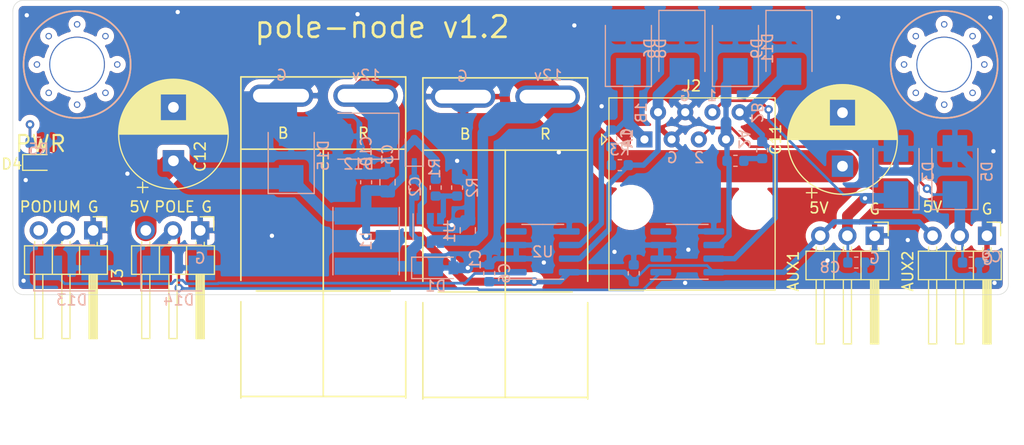
<source format=kicad_pcb>
(kicad_pcb (version 20171130) (host pcbnew 5.1.10-88a1d61d58~88~ubuntu20.04.1)
  (layers (0 F.Cu signal) (31 B.Cu signal) (34 B.Paste user) (35 F.Paste user) (36 B.SilkS user) (37 F.SilkS user) (38 B.Mask user) (39 F.Mask user) (44 Edge.Cuts user))
  (net 0 "")
  (net 1 GND)
  (net 2 "Net-(C2-Pad2)")
  (net 3 "Net-(C2-Pad1)")
  (net 4 +5V)
  (net 5 LED_1_A)
  (net 6 "Net-(C4-Pad1)")
  (net 7 LED_2_A)
  (net 8 "Net-(C5-Pad1)")
  (net 9 "Net-(D4-Pad1)")
  (net 10 LED_2_B)
  (net 11 LED_1_B)
  (net 12 LED_1_OUT)
  (net 13 LED_2_OUT)
  (net 14 "Net-(R1-Pad2)")
  (net 15 PIR1)
  (net 16 PIR2)
  (net 17 +12V)
  (module Capacitor_THT:CP_Radial_D10.0mm_P5.00mm (layer F.Cu) (at 52.5 65 90)
    (fp_text reference C12 (at 0.4 2.5 90) (layer F.SilkS))
    (fp_text value 470uF)
    (pad 2 thru_hole circle (at 5 0 90) (size 2 2) (drill 1) (layers *.Cu *.Mask) (net 1 GND))
    (pad 1 thru_hole rect (at 0 0 90) (size 2 2) (drill 1) (layers *.Cu *.Mask) (net 4 +5V))
  )
  (module Diode_SMD:D_SMB (layer B.Cu) (at 95 54.5 90)
    (fp_text reference D8 (at 0 3 90) (layer B.SilkS) (effects (justify mirror)))
    (fp_text value D_TVS_DATA)
    (pad 1 smd rect (at -2.15 0 90) (size 2.5 2.3) (layers B.Cu B.Paste B.Mask) (net 5 LED_1_A))
    (pad 2 smd rect (at 2.15 0 90) (size 2.5 2.3) (layers B.Cu B.Paste B.Mask) (net 1 GND))
  )
  (module Diode_SMD:D_SMB (layer B.Cu) (at 63.5 64.5 90)
    (fp_text reference D15 (at 0 3 270) (layer B.SilkS) (effects (justify mirror)))
    (fp_text value D_TVS_5V)
    (pad 2 smd rect (at 2.15 0 90) (size 2.5 2.3) (layers B.Cu B.Paste B.Mask) (net 1 GND))
    (pad 1 smd rect (at -2.15 0 90) (size 2.5 2.3) (layers B.Cu B.Paste B.Mask) (net 4 +5V))
  )
  (module Diode_SMD:D_SMB (layer B.Cu) (at 53 75)
    (fp_text reference D14 (at 0 3) (layer B.SilkS) (effects (justify mirror)))
    (fp_text value D_TVS_5V)
    (pad 2 smd rect (at 2.15 0) (size 2.5 2.3) (layers B.Cu B.Paste B.Mask) (net 1 GND))
    (pad 1 smd rect (at -2.15 0) (size 2.5 2.3) (layers B.Cu B.Paste B.Mask) (net 13 LED_2_OUT))
  )
  (module Diode_SMD:D_SMB (layer B.Cu) (at 43 75)
    (fp_text reference D13 (at 0 3) (layer B.SilkS) (effects (justify mirror)))
    (fp_text value D_TVS_5V)
    (pad 2 smd rect (at 2.15 0) (size 2.5 2.3) (layers B.Cu B.Paste B.Mask) (net 1 GND))
    (pad 1 smd rect (at -2.15 0) (size 2.5 2.3) (layers B.Cu B.Paste B.Mask) (net 12 LED_1_OUT))
  )
  (module Diode_SMD:D_SMB (layer B.Cu) (at 105 54.5 90)
    (fp_text reference D11 (at 0 3 90) (layer B.SilkS) (effects (justify mirror)))
    (fp_text value D_TVS_DATA)
    (pad 1 smd rect (at -2.15 0 90) (size 2.5 2.3) (layers B.Cu B.Paste B.Mask) (net 7 LED_2_A))
    (pad 2 smd rect (at 2.15 0 90) (size 2.5 2.3) (layers B.Cu B.Paste B.Mask) (net 1 GND))
  )
  (module Diode_SMD:D_SMB (layer B.Cu) (at 110 54.5 270)
    (fp_text reference D9 (at 0 3 90) (layer B.SilkS) (effects (justify mirror)))
    (fp_text value D_TVS_DATA)
    (pad 1 smd rect (at -2.15 0 270) (size 2.5 2.3) (layers B.Cu B.Paste B.Mask) (net 1 GND))
    (pad 2 smd rect (at 2.15 0 270) (size 2.5 2.3) (layers B.Cu B.Paste B.Mask) (net 10 LED_2_B))
  )
  (module Diode_SMD:D_SMB (layer B.Cu) (at 100 54.5 270)
    (fp_text reference D6 (at 0 3 90) (layer B.SilkS) (effects (justify mirror)))
    (fp_text value D_TVS_DATA)
    (pad 1 smd rect (at -2.15 0 270) (size 2.5 2.3) (layers B.Cu B.Paste B.Mask) (net 1 GND))
    (pad 2 smd rect (at 2.15 0 270) (size 2.5 2.3) (layers B.Cu B.Paste B.Mask) (net 11 LED_1_B))
  )
  (module Diode_SMD:D_SMB (layer B.Cu) (at 125.5 66 90)
    (fp_text reference D5 (at 0 3 90) (layer B.SilkS) (effects (justify mirror)))
    (fp_text value D_TVS_5V)
    (pad 2 smd rect (at 2.15 0 90) (size 2.5 2.3) (layers B.Cu B.Paste B.Mask) (net 1 GND))
    (pad 1 smd rect (at -2.15 0 90) (size 2.5 2.3) (layers B.Cu B.Paste B.Mask) (net 16 PIR2))
  )
  (module Diode_SMD:D_SMB (layer B.Cu) (at 120 66 90)
    (fp_text reference D3 (at 0 3 90) (layer B.SilkS) (effects (justify mirror)))
    (fp_text value D_TVS_5V)
    (pad 2 smd rect (at 2.15 0 90) (size 2.5 2.3) (layers B.Cu B.Paste B.Mask) (net 1 GND))
    (pad 1 smd rect (at -2.15 0 90) (size 2.5 2.3) (layers B.Cu B.Paste B.Mask) (net 15 PIR1))
  )
  (module Capacitor_THT:CP_Radial_D10.0mm_P5.00mm (layer F.Cu) (at 115 65.5 90)
    (fp_text reference C11 (at 2.5 -6.25 90) (layer F.SilkS))
    (fp_text value 470uF)
    (pad 2 thru_hole circle (at 5 0 90) (size 2 2) (drill 1) (layers *.Cu *.Mask) (net 1 GND))
    (pad 1 thru_hole rect (at 0 0 90) (size 2 2) (drill 1) (layers *.Cu *.Mask) (net 17 +12V))
  )
  (module Connector_PinHeader_2.54mm:PinHeader_1x03_P2.54mm_Horizontal (layer F.Cu) (at 128.5 72 270)
    (fp_text reference J6 hide)
    (fp_text value Conn_01x03)
    (pad 3 thru_hole oval (at 0 5.08 270) (size 1.7 1.7) (drill 1) (layers *.Cu *.Mask) (net 4 +5V))
    (pad 2 thru_hole oval (at 0 2.54 270) (size 1.7 1.7) (drill 1) (layers *.Cu *.Mask) (net 16 PIR2))
    (pad 1 thru_hole rect (at 0 0 270) (size 1.7 1.7) (drill 1) (layers *.Cu *.Mask) (net 1 GND))
  )
  (module Connector_PinHeader_2.54mm:PinHeader_1x03_P2.54mm_Horizontal (layer F.Cu) (at 118 72 270)
    (fp_text reference J5 hide)
    (fp_text value Conn_01x03)
    (pad 3 thru_hole oval (at 0 5.08 270) (size 1.7 1.7) (drill 1) (layers *.Cu *.Mask) (net 4 +5V))
    (pad 2 thru_hole oval (at 0 2.54 270) (size 1.7 1.7) (drill 1) (layers *.Cu *.Mask) (net 15 PIR1))
    (pad 1 thru_hole rect (at 0 0 270) (size 1.7 1.7) (drill 1) (layers *.Cu *.Mask) (net 1 GND))
  )
  (module Connector_PinHeader_2.54mm:PinHeader_1x03_P2.54mm_Horizontal (layer F.Cu) (at 55 71.5 270)
    (fp_text reference J4 hide)
    (fp_text value Conn_01x03)
    (pad 3 thru_hole oval (at 0 5.08 270) (size 1.7 1.7) (drill 1) (layers *.Cu *.Mask) (net 4 +5V))
    (pad 2 thru_hole oval (at 0 2.54 270) (size 1.7 1.7) (drill 1) (layers *.Cu *.Mask) (net 13 LED_2_OUT))
    (pad 1 thru_hole rect (at 0 0 270) (size 1.7 1.7) (drill 1) (layers *.Cu *.Mask) (net 1 GND))
  )
  (module Connector_PinHeader_2.54mm:PinHeader_1x03_P2.54mm_Horizontal (layer F.Cu) (at 45 71.5 270)
    (fp_text reference J3 (at 4.385 -2.27 90) (layer F.SilkS))
    (fp_text value Conn_01x03)
    (pad 3 thru_hole oval (at 0 5.08 270) (size 1.7 1.7) (drill 1) (layers *.Cu *.Mask))
    (pad 2 thru_hole oval (at 0 2.54 270) (size 1.7 1.7) (drill 1) (layers *.Cu *.Mask) (net 12 LED_1_OUT))
    (pad 1 thru_hole rect (at 0 0 270) (size 1.7 1.7) (drill 1) (layers *.Cu *.Mask) (net 1 GND))
  )
  (module homebrew:Anderson_1336G1_right_angle_bottom_two (layer F.Cu) (at 83.5 59 180)
    (fp_text reference J7 hide)
    (fp_text value Anderson)
    (fp_text user R (at -3.75 -3.5) (layer F.SilkS))
    (fp_text user B (at 3.75 -3.5) (layer F.SilkS))
    (pad 2 thru_hole oval (at 3.95 0 180) (size 6.03 2.07) (drill oval 5.23 1.27) (layers *.Cu *.Mask) (net 1 GND))
    (pad 1 thru_hole oval (at -3.95 0 180) (size 6.03 2.07) (drill oval 5.23 1.27) (layers *.Cu *.Mask) (net 17 +12V))
  )
  (module homebrew:Anderson_1336G1_right_angle_bottom_two (layer F.Cu) (at 66.5 58.91 180)
    (fp_text reference J1 hide)
    (fp_text value Anderson)
    (fp_text user R (at -3.75 -3.5) (layer F.SilkS))
    (fp_text user B (at 3.75 -3.5) (layer F.SilkS))
    (pad 2 thru_hole oval (at 3.95 0 180) (size 6.03 2.07) (drill oval 5.23 1.27) (layers *.Cu *.Mask) (net 1 GND))
    (pad 1 thru_hole oval (at -3.95 0 180) (size 6.03 2.07) (drill oval 5.23 1.27) (layers *.Cu *.Mask) (net 17 +12V))
  )
  (module Diode_SMD:D_SMB (layer B.Cu) (at 70 62.7 180)
    (fp_text reference D12 (at 0.2 -2.6 180) (layer B.SilkS) (effects (justify mirror)))
    (fp_text value D_TVS_12V)
    (pad 2 smd rect (at 2.15 0 180) (size 2.5 2.3) (layers B.Cu B.Paste B.Mask) (net 1 GND))
    (pad 1 smd rect (at -2.15 0 180) (size 2.5 2.3) (layers B.Cu B.Paste B.Mask) (net 17 +12V))
  )
  (module Capacitor_SMD:C_0603_1608Metric (layer B.Cu) (at 70.5 67 90)
    (fp_text reference C10 (at 2.9 0 270) (layer B.SilkS) (effects (justify mirror)))
    (fp_text value .1uF)
    (pad 2 smd roundrect (at 0.775 0 90) (size 0.9 0.95) (layers B.Cu B.Paste B.Mask) (net 1 GND))
    (pad 1 smd roundrect (at -0.775 0 90) (size 0.9 0.95) (layers B.Cu B.Paste B.Mask) (net 4 +5V))
  )
  (module homebrew:HOLE_5MM_#8 (layer F.Cu) (at 124.5 56)
    (fp_text reference H2 hide)
    (fp_text value HOLE)
    (pad "" thru_hole circle (at 0 0) (size 5.2 5.2) (drill 5) (layers *.Cu *.Mask))
    (pad "" thru_hole circle (at 0 -3.75) (size 0.6 0.6) (drill 0.4) (layers *.Cu))
    (pad "" thru_hole circle (at 0 3.75) (size 0.6 0.6) (drill 0.4) (layers *.Cu))
    (pad "" thru_hole circle (at 3.75 0) (size 0.6 0.6) (drill 0.4) (layers *.Cu))
    (pad "" thru_hole circle (at -3.75 0) (size 0.6 0.6) (drill 0.4) (layers *.Cu))
    (pad "" thru_hole circle (at -2.65 -2.65) (size 0.6 0.6) (drill 0.4) (layers *.Cu))
    (pad "" thru_hole circle (at 2.65 -2.65) (size 0.6 0.6) (drill 0.4) (layers *.Cu))
    (pad "" thru_hole circle (at -2.65 2.65) (size 0.6 0.6) (drill 0.4) (layers *.Cu))
    (pad "" thru_hole circle (at 2.65 2.65) (size 0.6 0.6) (drill 0.4) (layers *.Cu))
  )
  (module homebrew:HOLE_5MM_#8 (layer F.Cu) (at 43.5 56)
    (fp_text reference H1 hide)
    (fp_text value HOLE)
    (pad "" thru_hole circle (at 2.65 2.65) (size 0.6 0.6) (drill 0.4) (layers *.Cu))
    (pad "" thru_hole circle (at -2.65 2.65) (size 0.6 0.6) (drill 0.4) (layers *.Cu))
    (pad "" thru_hole circle (at 2.65 -2.65) (size 0.6 0.6) (drill 0.4) (layers *.Cu))
    (pad "" thru_hole circle (at -2.65 -2.65) (size 0.6 0.6) (drill 0.4) (layers *.Cu))
    (pad "" thru_hole circle (at -3.75 0) (size 0.6 0.6) (drill 0.4) (layers *.Cu))
    (pad "" thru_hole circle (at 3.75 0) (size 0.6 0.6) (drill 0.4) (layers *.Cu))
    (pad "" thru_hole circle (at 0 3.75) (size 0.6 0.6) (drill 0.4) (layers *.Cu))
    (pad "" thru_hole circle (at 0 -3.75) (size 0.6 0.6) (drill 0.4) (layers *.Cu))
    (pad "" thru_hole circle (at 0 0) (size 5.2 5.2) (drill 5) (layers *.Cu *.Mask))
  )
  (module Capacitor_SMD:C_0603_1608Metric (layer B.Cu) (at 127 74.5)
    (fp_text reference C9 (at 1.9 -0.55) (layer B.SilkS) (effects (justify mirror)))
    (fp_text value .1uF)
    (pad 2 smd roundrect (at 0.7875 0) (size 0.875 0.95) (layers B.Cu B.Paste B.Mask) (net 1 GND))
    (pad 1 smd roundrect (at -0.7875 0) (size 0.875 0.95) (layers B.Cu B.Paste B.Mask) (net 16 PIR2))
  )
  (module Package_SO:SOIC-8_3.9x4.9mm_P1.27mm (layer B.Cu) (at 100.5 73.5)
    (fp_text reference U3)
    (fp_text value MAX485E)
    (pad 8 smd roundrect (at 2.475 1.905) (size 1.95 0.6) (layers B.Cu B.Paste B.Mask) (net 4 +5V))
    (pad 7 smd roundrect (at 2.475 0.635) (size 1.95 0.6) (layers B.Cu B.Paste B.Mask) (net 10 LED_2_B))
    (pad 6 smd roundrect (at 2.475 -0.635) (size 1.95 0.6) (layers B.Cu B.Paste B.Mask) (net 7 LED_2_A))
    (pad 5 smd roundrect (at 2.475 -1.905) (size 1.95 0.6) (layers B.Cu B.Paste B.Mask) (net 1 GND))
    (pad 4 smd roundrect (at -2.475 -1.905) (size 1.95 0.6) (layers B.Cu B.Paste B.Mask))
    (pad 3 smd roundrect (at -2.475 -0.635) (size 1.95 0.6) (layers B.Cu B.Paste B.Mask) (net 1 GND))
    (pad 2 smd roundrect (at -2.475 0.635) (size 1.95 0.6) (layers B.Cu B.Paste B.Mask) (net 1 GND))
    (pad 1 smd roundrect (at -2.475 1.905) (size 1.95 0.6) (layers B.Cu B.Paste B.Mask) (net 13 LED_2_OUT))
  )
  (module Package_SO:SOIC-8_3.9x4.9mm_P1.27mm (layer B.Cu) (at 87 73.5)
    (fp_text reference U2 (at 0 0) (layer B.SilkS) (effects (justify mirror)))
    (fp_text value MAX485E)
    (pad 8 smd roundrect (at 2.475 1.905) (size 1.95 0.6) (layers B.Cu B.Paste B.Mask) (net 4 +5V))
    (pad 7 smd roundrect (at 2.475 0.635) (size 1.95 0.6) (layers B.Cu B.Paste B.Mask) (net 11 LED_1_B))
    (pad 6 smd roundrect (at 2.475 -0.635) (size 1.95 0.6) (layers B.Cu B.Paste B.Mask) (net 5 LED_1_A))
    (pad 5 smd roundrect (at 2.475 -1.905) (size 1.95 0.6) (layers B.Cu B.Paste B.Mask) (net 1 GND))
    (pad 4 smd roundrect (at -2.475 -1.905) (size 1.95 0.6) (layers B.Cu B.Paste B.Mask))
    (pad 3 smd roundrect (at -2.475 -0.635) (size 1.95 0.6) (layers B.Cu B.Paste B.Mask) (net 1 GND))
    (pad 2 smd roundrect (at -2.475 0.635) (size 1.95 0.6) (layers B.Cu B.Paste B.Mask) (net 1 GND))
    (pad 1 smd roundrect (at -2.475 1.905) (size 1.95 0.6) (layers B.Cu B.Paste B.Mask) (net 12 LED_1_OUT))
  )
  (module Package_TO_SOT_SMD:SOT-23-6 (layer B.Cu) (at 76.5 71.5 270)
    (fp_text reference U1 (at 0.2 -1.8 270) (layer B.SilkS) (effects (justify mirror)))
    (fp_text value AP3211)
    (pad 5 smd rect (at 1.1 0 270) (size 1.06 0.65) (layers B.Cu B.Paste B.Mask) (net 17 +12V))
    (pad 6 smd rect (at 1.1 0.95 270) (size 1.06 0.65) (layers B.Cu B.Paste B.Mask) (net 2 "Net-(C2-Pad2)"))
    (pad 4 smd rect (at 1.1 -0.95 270) (size 1.06 0.65) (layers B.Cu B.Paste B.Mask) (net 17 +12V))
    (pad 3 smd rect (at -1.1 -0.95 270) (size 1.06 0.65) (layers B.Cu B.Paste B.Mask) (net 14 "Net-(R1-Pad2)"))
    (pad 2 smd rect (at -1.1 0 270) (size 1.06 0.65) (layers B.Cu B.Paste B.Mask) (net 1 GND))
    (pad 1 smd rect (at -1.1 0.95 270) (size 1.06 0.65) (layers B.Cu B.Paste B.Mask) (net 3 "Net-(C2-Pad1)"))
  )
  (module Resistor_SMD:R_0603_1608Metric (layer B.Cu) (at 39.9 63.3)
    (fp_text reference R5 (at 0 0.6 180) (layer B.SilkS) (effects (justify mirror)))
    (fp_text value 10k)
    (pad 2 smd roundrect (at 0.7875 0) (size 0.875 0.95) (layers B.Cu B.Paste B.Mask) (net 1 GND))
    (pad 1 smd roundrect (at -0.7875 0) (size 0.875 0.95) (layers B.Cu B.Paste B.Mask) (net 9 "Net-(D4-Pad1)"))
  )
  (module Resistor_SMD:R_0603_1608Metric (layer B.Cu) (at 107.5 64 270)
    (fp_text reference R4)
    (fp_text value 120)
    (pad 2 smd roundrect (at 0.7875 0 270) (size 0.875 0.95) (layers B.Cu B.Paste B.Mask) (net 8 "Net-(C5-Pad1)"))
    (pad 1 smd roundrect (at -0.7875 0 270) (size 0.875 0.95) (layers B.Cu B.Paste B.Mask) (net 10 LED_2_B))
  )
  (module Resistor_SMD:R_0603_1608Metric (layer B.Cu) (at 94.2 65.4 180)
    (fp_text reference R3 (at 0 1.43) (layer B.SilkS) (effects (justify mirror)))
    (fp_text value 120)
    (pad 2 smd roundrect (at 0.7875 0 180) (size 0.875 0.95) (layers B.Cu B.Paste B.Mask) (net 6 "Net-(C4-Pad1)"))
    (pad 1 smd roundrect (at -0.7875 0 180) (size 0.875 0.95) (layers B.Cu B.Paste B.Mask) (net 11 LED_1_B))
  )
  (module Resistor_SMD:R_0603_1608Metric (layer B.Cu) (at 79 67.5 90)
    (fp_text reference R2 (at 0 1.43 270) (layer B.SilkS) (effects (justify mirror)))
    (fp_text value 2.21k)
    (pad 2 smd roundrect (at 0.7875 0 90) (size 0.875 0.95) (layers B.Cu B.Paste B.Mask) (net 1 GND))
    (pad 1 smd roundrect (at -0.7875 0 90) (size 0.875 0.95) (layers B.Cu B.Paste B.Mask) (net 14 "Net-(R1-Pad2)"))
  )
  (module Resistor_SMD:R_0603_1608Metric (layer B.Cu) (at 77 67.5 270)
    (fp_text reference R1 (at -1.8 0.1 270) (layer B.SilkS) (effects (justify mirror)))
    (fp_text value 11.5k)
    (pad 2 smd roundrect (at 0.7875 0 270) (size 0.875 0.95) (layers B.Cu B.Paste B.Mask) (net 14 "Net-(R1-Pad2)"))
    (pad 1 smd roundrect (at -0.7875 0 270) (size 0.875 0.95) (layers B.Cu B.Paste B.Mask) (net 4 +5V))
  )
  (module Inductor_SMD:L_Taiyo-Yuden_NR-60xx (layer B.Cu) (at 70.5 72.5 90)
    (fp_text reference L1 (at 0 0 270) (layer B.SilkS) (effects (justify mirror)))
    (fp_text value 5.6uH)
    (pad 2 smd rect (at 2.35 0 90) (size 1.6 5.9) (layers B.Cu B.Paste B.Mask) (net 4 +5V))
    (pad 1 smd rect (at -2.35 0 90) (size 1.6 5.9) (layers B.Cu B.Paste B.Mask) (net 2 "Net-(C2-Pad2)"))
  )
  (module Connector_RJ:RJ45_Amphenol_54602-x08_Horizontal (layer F.Cu) (at 96.5 63)
    (fp_text reference J2 (at 4.445 -5) (layer F.SilkS))
    (fp_text value RJ45)
    (pad 8 thru_hole circle (at 8.89 -2.54) (size 1.5 1.5) (drill 0.76) (layers *.Cu *.Mask) (net 10 LED_2_B))
    (pad 7 thru_hole circle (at 7.62 0) (size 1.5 1.5) (drill 0.76) (layers *.Cu *.Mask) (net 7 LED_2_A))
    (pad 6 thru_hole circle (at 6.35 -2.54) (size 1.5 1.5) (drill 0.76) (layers *.Cu *.Mask) (net 15 PIR1))
    (pad 5 thru_hole circle (at 5.08 0) (size 1.5 1.5) (drill 0.76) (layers *.Cu *.Mask) (net 16 PIR2))
    (pad 4 thru_hole circle (at 3.81 -2.54) (size 1.5 1.5) (drill 0.76) (layers *.Cu *.Mask) (net 1 GND))
    (pad 3 thru_hole circle (at 2.54 0) (size 1.5 1.5) (drill 0.76) (layers *.Cu *.Mask) (net 1 GND))
    (pad 2 thru_hole circle (at 1.27 -2.54) (size 1.5 1.5) (drill 0.76) (layers *.Cu *.Mask) (net 11 LED_1_B))
    (pad 1 thru_hole rect (at 0 0) (size 1.5 1.5) (drill 0.76) (layers *.Cu *.Mask) (net 5 LED_1_A))
    (pad "" np_thru_hole circle (at -1.27 6.35) (size 3.2 3.2) (drill 3.2) (layers *.Cu *.Mask))
    (pad "" np_thru_hole circle (at 10.16 6.35) (size 3.2 3.2) (drill 3.2) (layers *.Cu *.Mask))
  )
  (module LED_SMD:LED_0603_1608Metric (layer F.Cu) (at 39.9 65.15)
    (fp_text reference D4 (at -2.5 0.15 -180) (layer F.SilkS))
    (fp_text value LED)
    (pad 2 smd roundrect (at 0.7875 0) (size 0.875 0.95) (layers F.Cu F.Paste F.Mask) (net 4 +5V))
    (pad 1 smd roundrect (at -0.7875 0) (size 0.875 0.95) (layers F.Cu F.Paste F.Mask) (net 9 "Net-(D4-Pad1)"))
  )
  (module Diode_SMD:D_SOD-323 (layer B.Cu) (at 75 64 90)
    (fp_text reference D2 hide)
    (fp_text value D hide)
    (pad 2 smd rect (at 1.05 0 90) (size 0.6 0.45) (layers B.Cu B.Paste B.Mask) (net 4 +5V))
    (pad 1 smd rect (at -1.05 0 90) (size 0.6 0.45) (layers B.Cu B.Paste B.Mask) (net 3 "Net-(C2-Pad1)"))
  )
  (module Diode_SMD:D_SOD-123 (layer B.Cu) (at 77 75)
    (fp_text reference D1 (at 0 1.7) (layer B.SilkS) (effects (justify mirror)))
    (fp_text value SCHOTTKY)
    (pad 2 smd rect (at 1.65 0) (size 0.9 1.2) (layers B.Cu B.Paste B.Mask) (net 1 GND))
    (pad 1 smd rect (at -1.65 0) (size 0.9 1.2) (layers B.Cu B.Paste B.Mask) (net 2 "Net-(C2-Pad2)"))
  )
  (module Capacitor_SMD:C_0603_1608Metric (layer B.Cu) (at 116.2875 74.5)
    (fp_text reference C8 (at -2.45 0.45) (layer B.SilkS) (effects (justify mirror)))
    (fp_text value .1uF)
    (pad 2 smd roundrect (at 0.7875 0) (size 0.875 0.95) (layers B.Cu B.Paste B.Mask) (net 1 GND))
    (pad 1 smd roundrect (at -0.7875 0) (size 0.875 0.95) (layers B.Cu B.Paste B.Mask) (net 15 PIR1))
  )
  (module Capacitor_SMD:C_0603_1608Metric (layer B.Cu) (at 95.5 75.5 90)
    (fp_text reference C7)
    (fp_text value .1uF)
    (pad 2 smd roundrect (at 0.7875 0 90) (size 0.875 0.95) (layers B.Cu B.Paste B.Mask) (net 1 GND))
    (pad 1 smd roundrect (at -0.7875 0 90) (size 0.875 0.95) (layers B.Cu B.Paste B.Mask) (net 4 +5V))
  )
  (module Capacitor_SMD:C_0603_1608Metric (layer B.Cu) (at 82 75.5 90)
    (fp_text reference C6 (at 0 1.43 90) (layer B.SilkS) (effects (justify mirror)))
    (fp_text value .1uF)
    (pad 2 smd roundrect (at 0.7875 0 90) (size 0.875 0.95) (layers B.Cu B.Paste B.Mask) (net 1 GND))
    (pad 1 smd roundrect (at -0.7875 0 90) (size 0.875 0.95) (layers B.Cu B.Paste B.Mask) (net 4 +5V))
  )
  (module Capacitor_SMD:C_0603_1608Metric (layer B.Cu) (at 105 65 180)
    (fp_text reference C5)
    (fp_text value 1300pF)
    (pad 2 smd roundrect (at 0.7875 0 180) (size 0.875 0.95) (layers B.Cu B.Paste B.Mask) (net 7 LED_2_A))
    (pad 1 smd roundrect (at -0.7875 0 180) (size 0.875 0.95) (layers B.Cu B.Paste B.Mask) (net 8 "Net-(C5-Pad1)"))
  )
  (module Capacitor_SMD:C_0603_1608Metric (layer B.Cu) (at 93.4 62.9 90)
    (fp_text reference C4 (at 0 1.43 90) (layer B.SilkS) (effects (justify mirror)))
    (fp_text value 1300pF)
    (pad 2 smd roundrect (at 0.7875 0 90) (size 0.875 0.95) (layers B.Cu B.Paste B.Mask) (net 5 LED_1_A))
    (pad 1 smd roundrect (at -0.7875 0 90) (size 0.875 0.95) (layers B.Cu B.Paste B.Mask) (net 6 "Net-(C4-Pad1)"))
  )
  (module Capacitor_SMD:C_0805_2012Metric (layer B.Cu) (at 72.5 67 90)
    (fp_text reference C3 (at 2.6 0 270) (layer B.SilkS) (effects (justify mirror)))
    (fp_text value 22uF)
    (pad 2 smd roundrect (at 0.9375 0 90) (size 0.975 1.4) (layers B.Cu B.Paste B.Mask) (net 1 GND))
    (pad 1 smd roundrect (at -0.9375 0 90) (size 0.975 1.4) (layers B.Cu B.Paste B.Mask) (net 4 +5V))
  )
  (module Capacitor_SMD:C_0603_1608Metric (layer B.Cu) (at 75 67.5 270)
    (fp_text reference C2 (at -0.1 -0.1 270) (layer B.SilkS) (effects (justify mirror)))
    (fp_text value 10nF)
    (pad 2 smd roundrect (at 0.7875 0 270) (size 0.875 0.95) (layers B.Cu B.Paste B.Mask) (net 2 "Net-(C2-Pad2)"))
    (pad 1 smd roundrect (at -0.7875 0 270) (size 0.875 0.95) (layers B.Cu B.Paste B.Mask) (net 3 "Net-(C2-Pad1)"))
  )
  (module Capacitor_SMD:C_0805_2012Metric (layer B.Cu) (at 80 71.5 90)
    (fp_text reference C1 (at -2.7 0.7 270) (layer B.SilkS) (effects (justify mirror)))
    (fp_text value 10uF)
    (pad 2 smd roundrect (at 0.9375 0 90) (size 0.975 1.4) (layers B.Cu B.Paste B.Mask) (net 1 GND))
    (pad 1 smd roundrect (at -0.9375 0 90) (size 0.975 1.4) (layers B.Cu B.Paste B.Mask) (net 17 +12V))
  )
  (gr_text G (at 45 69.3) (layer F.SilkS) (effects (font (size 1 1))))
  (gr_text PODIUM (at 41 69.3) (layer F.SilkS) (effects (font (size 1 1))))
  (gr_text PWR (at 40.1 63.4) (layer F.SilkS) (effects (font (size 1.5 1.5) (thickness 0.2))))
  (gr_text "pole-node v1.2" (at 72 52.5) (layer F.SilkS) (effects (font (size 2 2) (thickness 0.25))))
  (gr_text G (at 55 74.1) (layer B.SilkS) (effects (font (size 1 1)) (justify mirror)))
  (gr_text G (at 118 74.1) (layer B.SilkS) (effects (font (size 1 1)) (justify mirror)))
  (gr_text G (at 128.6 74.2) (layer B.SilkS) (effects (font (size 1 1)) (justify mirror)))
  (gr_text 12v (at 87.5 57) (layer B.SilkS) (effects (font (size 1 1)) (justify mirror)))
  (gr_text G (at 79.5 57.1) (layer B.SilkS) (effects (font (size 1 1)) (justify mirror)))
  (gr_text 12v (at 70.5 57) (layer B.SilkS) (effects (font (size 1 1)) (justify mirror)))
  (gr_text G (at 62.6 57) (layer B.SilkS) (effects (font (size 1 1)) (justify mirror)))
  (gr_text 2 (at 101.6 64.7) (layer B.SilkS) (effects (font (size 1 1)) (justify mirror)))
  (gr_text 1 (at 102.8 58.9) (layer B.SilkS) (effects (font (size 1 1)) (justify mirror)))
  (gr_text 2B (at 107 60.5 270) (layer B.SilkS) (effects (font (size 1 1)) (justify mirror)))
  (gr_text 2A (at 105.8 63 270) (layer B.SilkS) (effects (font (size 1 1)) (justify mirror)))
  (gr_text 1B (at 96.2 60.5 90) (layer B.SilkS) (effects (font (size 1 1)) (justify mirror)))
  (gr_text 1A (at 94.9 62.9 90) (layer B.SilkS) (effects (font (size 1 1)) (justify mirror)))
  (gr_text G (at 100.3 58.9) (layer B.SilkS) (effects (font (size 1 1)) (justify mirror)))
  (gr_text G (at 99.1 64.7) (layer B.SilkS) (effects (font (size 1 1)) (justify mirror)))
  (gr_text 5V (at 123.4 69.3) (layer F.SilkS) (effects (font (size 1 1))))
  (gr_text 5V (at 112.8 69.4) (layer F.SilkS) (effects (font (size 1 1))))
  (gr_text 5V (at 49.3 69.3) (layer F.SilkS) (effects (font (size 1 1))))
  (gr_text AUX2 (at 121.1 75.3 90) (layer F.SilkS) (effects (font (size 1 1))))
  (gr_text AUX1 (at 110.4 75.3 90) (layer F.SilkS) (effects (font (size 1 1))))
  (gr_text POLE (at 52.6 69.3) (layer F.SilkS) (effects (font (size 1 1))))
  (gr_text G (at 128.5 69.5) (layer F.SilkS) (effects (font (size 1 1))))
  (gr_text G (at 118 69.5) (layer F.SilkS) (effects (font (size 1 1))))
  (gr_text G (at 55.6 69.3) (layer F.SilkS) (effects (font (size 1 1))))
  (gr_line (start 38.5 50) (end 129.5 50) (layer Edge.Cuts) (width 0.05))
  (gr_arc (start 38.5 51) (end 38.5 50) (angle -90) (layer Edge.Cuts) (width 0.05))
  (gr_line (start 37.5 76.5) (end 37.5 51) (layer Edge.Cuts) (width 0.05))
  (gr_arc (start 38.5 76.5) (end 37.5 76.5) (angle -90) (layer Edge.Cuts) (width 0.05))
  (gr_line (start 129.5 77.5) (end 38.5 77.5) (layer Edge.Cuts) (width 0.05))
  (gr_arc (start 129.5 76.5) (end 129.5 77.5) (angle -90) (layer Edge.Cuts) (width 0.05))
  (gr_arc (start 129.5 51) (end 130.5 51) (angle -90) (layer Edge.Cuts) (width 0.05))
  (gr_line (start 130.5 76.5) (end 130.5 51) (layer Edge.Cuts) (width 0.05))
  (segment (start 86.2 52.35) (end 89.95 52.35) (width 3) (layer B.Cu) (net 1))
  (segment (start 79.55 59) (end 86.2 52.35) (width 3) (layer B.Cu) (net 1))
  (segment (start 95 52.35) (end 100 52.35) (width 3) (layer B.Cu) (net 1))
  (segment (start 100 52.35) (end 105 52.35) (width 3) (layer B.Cu) (net 1))
  (segment (start 105 52.35) (end 110 52.35) (width 3) (layer B.Cu) (net 1))
  (segment (start 115 56.189998) (end 115 60.5) (width 3) (layer B.Cu) (net 1))
  (segment (start 111.160002 52.35) (end 115 56.189998) (width 3) (layer B.Cu) (net 1))
  (segment (start 110 52.35) (end 111.160002 52.35) (width 3) (layer B.Cu) (net 1))
  (segment (start 62.55 61.4) (end 63.5 62.35) (width 3) (layer B.Cu) (net 1))
  (segment (start 62.55 58.91) (end 62.55 61.4) (width 3) (layer B.Cu) (net 1))
  (segment (start 67.5 62.35) (end 67.85 62.7) (width 3) (layer B.Cu) (net 1))
  (segment (start 63.5 62.35) (end 67.5 62.35) (width 3) (layer B.Cu) (net 1))
  (segment (start 65.750009 55.709991) (end 76.259991 55.709991) (width 3) (layer B.Cu) (net 1))
  (segment (start 62.55 58.91) (end 65.750009 55.709991) (width 3) (layer B.Cu) (net 1))
  (segment (start 76.259991 55.709991) (end 79.55 59) (width 3) (layer B.Cu) (net 1))
  (segment (start 70.4875 66.2125) (end 70.5 66.225) (width 1) (layer B.Cu) (net 1))
  (segment (start 68.5 66.2125) (end 70.4875 66.2125) (width 1) (layer B.Cu) (net 1))
  (segment (start 72.3375 66.225) (end 72.5 66.0625) (width 1) (layer B.Cu) (net 1))
  (segment (start 70.5 66.225) (end 72.3375 66.225) (width 1) (layer B.Cu) (net 1))
  (segment (start 67.85 65.5625) (end 68.5 66.2125) (width 1) (layer B.Cu) (net 1))
  (segment (start 67.85 62.7) (end 67.85 65.5625) (width 1) (layer B.Cu) (net 1))
  (segment (start 80 70.5625) (end 79.20001 71.36249) (width 0.75) (layer B.Cu) (net 1))
  (segment (start 79.20001 71.36249) (end 78.350001 71.36249) (width 0.75) (layer B.Cu) (net 1))
  (segment (start 76.764999 71.380001) (end 76.5 71.115002) (width 0.5) (layer B.Cu) (net 1))
  (segment (start 78.33249 71.380001) (end 76.764999 71.380001) (width 0.5) (layer B.Cu) (net 1))
  (segment (start 76.5 71.115002) (end 76.5 70.4) (width 0.5) (layer B.Cu) (net 1))
  (segment (start 78.350001 71.36249) (end 78.33249 71.380001) (width 0.5) (layer B.Cu) (net 1))
  (segment (start 79.55 64.45) (end 79 65) (width 1) (layer F.Cu) (net 1))
  (via (at 79 65) (size 0.8) (drill 0.4) (layers F.Cu B.Cu) (net 1))
  (segment (start 79.55 59) (end 79.55 64.45) (width 1) (layer F.Cu) (net 1))
  (segment (start 79 65) (end 79 66.7125) (width 1) (layer B.Cu) (net 1))
  (segment (start 80.17501 70.38749) (end 80 70.5625) (width 1) (layer B.Cu) (net 1))
  (segment (start 80.17501 67.41251) (end 80.17501 70.38749) (width 1) (layer B.Cu) (net 1))
  (segment (start 79.475 66.7125) (end 80.17501 67.41251) (width 1) (layer B.Cu) (net 1))
  (segment (start 79 66.7125) (end 79.475 66.7125) (width 1) (layer B.Cu) (net 1))
  (segment (start 61.46 60) (end 62.55 58.91) (width 3) (layer B.Cu) (net 1))
  (segment (start 52.5 60) (end 61.46 60) (width 3) (layer B.Cu) (net 1))
  (segment (start 45.15 71.65) (end 45 71.5) (width 1) (layer B.Cu) (net 1))
  (segment (start 45.15 75) (end 45.15 71.65) (width 1) (layer B.Cu) (net 1))
  (segment (start 55.15 71.65) (end 55 71.5) (width 1) (layer B.Cu) (net 1))
  (segment (start 55.15 75) (end 55.15 71.65) (width 1) (layer B.Cu) (net 1))
  (via (at 80 75) (size 0.8) (drill 0.4) (layers F.Cu B.Cu) (net 1))
  (segment (start 78.65 75) (end 80 75) (width 1) (layer B.Cu) (net 1))
  (via (at 78.5 71) (size 0.8) (drill 0.4) (layers F.Cu B.Cu) (net 1))
  (segment (start 80 72.5) (end 78.5 71) (width 1) (layer F.Cu) (net 1))
  (segment (start 80 75) (end 80 72.5) (width 1) (layer F.Cu) (net 1))
  (segment (start 79.5625 71) (end 80 70.5625) (width 1) (layer B.Cu) (net 1))
  (segment (start 78.5 71) (end 79.5625 71) (width 1) (layer B.Cu) (net 1))
  (segment (start 82.5775 74.135) (end 84.525 74.135) (width 0.5) (layer B.Cu) (net 1))
  (segment (start 82 74.7125) (end 82.5775 74.135) (width 0.5) (layer B.Cu) (net 1))
  (segment (start 84.525 74.135) (end 84.525 72.865) (width 0.5) (layer B.Cu) (net 1))
  (segment (start 80 75) (end 80.2875 74.7125) (width 0.5) (layer B.Cu) (net 1))
  (segment (start 80.2875 74.7125) (end 82 74.7125) (width 0.5) (layer B.Cu) (net 1))
  (segment (start 128.5 66.85) (end 125.5 63.85) (width 1) (layer B.Cu) (net 1))
  (segment (start 128.5 72) (end 128.5 66.85) (width 1) (layer B.Cu) (net 1))
  (segment (start 98.025 72.865) (end 98.025 74.135) (width 0.25) (layer B.Cu) (net 1))
  (via (at 48.2 66.2) (size 0.8) (drill 0.4) (layers F.Cu B.Cu) (net 1))
  (via (at 38.7 66.8) (size 0.8) (drill 0.4) (layers F.Cu B.Cu) (net 1))
  (via (at 38.5 76.2) (size 0.8) (drill 0.4) (layers F.Cu B.Cu) (net 1))
  (via (at 38.8 51.4) (size 0.8) (drill 0.4) (layers F.Cu B.Cu) (net 1))
  (via (at 52.9 51.1) (size 0.8) (drill 0.4) (layers F.Cu B.Cu) (net 1))
  (via (at 61.7 72) (size 0.8) (drill 0.4) (layers F.Cu B.Cu) (net 1))
  (via (at 87.1 74.5) (size 0.8) (drill 0.4) (layers F.Cu B.Cu) (net 1))
  (via (at 88.5 64.2) (size 0.8) (drill 0.4) (layers F.Cu B.Cu) (net 1))
  (via (at 92.5 59.9) (size 0.8) (drill 0.4) (layers F.Cu B.Cu) (net 1))
  (via (at 69.7 51.3) (size 0.8) (drill 0.4) (layers F.Cu B.Cu) (net 1))
  (segment (start 89.95 52.35) (end 95 52.35) (width 3) (layer B.Cu) (net 1))
  (via (at 89.95 52.35) (size 0.8) (drill 0.4) (layers F.Cu B.Cu) (net 1))
  (via (at 100.6 73.3) (size 0.8) (drill 0.4) (layers F.Cu B.Cu) (net 1))
  (via (at 93.7 73.5) (size 0.8) (drill 0.4) (layers F.Cu B.Cu) (net 1))
  (via (at 100.3 76.4) (size 0.8) (drill 0.4) (layers F.Cu B.Cu) (net 1))
  (via (at 113.6 74.3) (size 0.8) (drill 0.4) (layers F.Cu B.Cu) (net 1))
  (via (at 129.2 76.4) (size 0.8) (drill 0.4) (layers F.Cu B.Cu) (net 1))
  (via (at 121.1 72.4) (size 0.8) (drill 0.4) (layers F.Cu B.Cu) (net 1))
  (via (at 128.8 51.6) (size 0.8) (drill 0.4) (layers F.Cu B.Cu) (net 1))
  (via (at 114.6 51.6) (size 0.8) (drill 0.4) (layers F.Cu B.Cu) (net 1))
  (via (at 129.1 64.1) (size 0.8) (drill 0.4) (layers F.Cu B.Cu) (net 1))
  (segment (start 70.5 74.85) (end 74.7 74.85) (width 1) (layer B.Cu) (net 2))
  (segment (start 74.7 73.45) (end 75.474999 72.675001) (width 1) (layer B.Cu) (net 2))
  (segment (start 74.7 74.85) (end 74.7 73.45) (width 1) (layer B.Cu) (net 2))
  (segment (start 74.774999 68.512501) (end 75 68.2875) (width 0.5) (layer B.Cu) (net 2))
  (segment (start 74.774999 71.824999) (end 74.774999 68.512501) (width 0.5) (layer B.Cu) (net 2))
  (segment (start 75.55 72.6) (end 74.774999 71.824999) (width 0.5) (layer B.Cu) (net 2))
  (segment (start 74.85 75) (end 74.7 74.85) (width 0.75) (layer B.Cu) (net 2))
  (segment (start 75.35 75) (end 74.85 75) (width 0.75) (layer B.Cu) (net 2))
  (segment (start 75.92501 68.783262) (end 75.92501 67.63751) (width 0.5) (layer B.Cu) (net 3))
  (segment (start 75.92501 67.63751) (end 75 66.7125) (width 0.5) (layer B.Cu) (net 3))
  (segment (start 75.55 69.158272) (end 75.92501 68.783262) (width 0.5) (layer B.Cu) (net 3))
  (segment (start 75.55 70.4) (end 75.55 69.158272) (width 0.5) (layer B.Cu) (net 3))
  (segment (start 75 66.7125) (end 75 65.05) (width 0.5) (layer B.Cu) (net 3))
  (segment (start 70.5 70.15) (end 70.5 67.775) (width 1) (layer B.Cu) (net 4))
  (segment (start 72.3375 67.775) (end 72.5 67.9375) (width 1) (layer B.Cu) (net 4))
  (segment (start 70.5 67.775) (end 72.3375 67.775) (width 1) (layer B.Cu) (net 4))
  (segment (start 63.9375 66.2125) (end 63.5 66.65) (width 1) (layer B.Cu) (net 4))
  (segment (start 67 70.15) (end 70.5 70.15) (width 1) (layer B.Cu) (net 4))
  (segment (start 63.5 66.65) (end 67 70.15) (width 1) (layer B.Cu) (net 4))
  (segment (start 73.94999 66.48751) (end 72.5 67.9375) (width 0.75) (layer B.Cu) (net 4))
  (segment (start 73.94999 64.07501) (end 73.94999 66.48751) (width 0.75) (layer B.Cu) (net 4))
  (segment (start 75 63.025) (end 73.94999 64.07501) (width 0.75) (layer B.Cu) (net 4))
  (segment (start 75 62.95) (end 75 63.025) (width 0.75) (layer B.Cu) (net 4))
  (segment (start 77 64.95) (end 75 62.95) (width 0.75) (layer B.Cu) (net 4))
  (segment (start 77 66.7125) (end 77 64.95) (width 0.75) (layer B.Cu) (net 4))
  (segment (start 54.15 66.65) (end 52.5 65) (width 2) (layer B.Cu) (net 4))
  (segment (start 63.5 66.65) (end 54.15 66.65) (width 2) (layer B.Cu) (net 4))
  (segment (start 49.92 67.58) (end 49.92 71.5) (width 2) (layer F.Cu) (net 4))
  (segment (start 52.5 65) (end 49.92 67.58) (width 2) (layer F.Cu) (net 4))
  (segment (start 88.5925 76.2875) (end 89.475 75.405) (width 0.5) (layer B.Cu) (net 4))
  (via (at 70.5 72) (size 0.8) (drill 0.4) (layers F.Cu B.Cu) (net 4))
  (segment (start 70.5 70.15) (end 70.5 72) (width 0.75) (layer B.Cu) (net 4))
  (segment (start 79.554717 76.07501) (end 79.57501 76.07501) (width 0.75) (layer F.Cu) (net 4))
  (segment (start 75.479707 72) (end 79.554717 76.07501) (width 0.75) (layer F.Cu) (net 4))
  (segment (start 70.5 72) (end 75.479707 72) (width 0.75) (layer F.Cu) (net 4))
  (via (at 86.2125 76.2875) (size 0.8) (drill 0.4) (layers F.Cu B.Cu) (net 4))
  (segment (start 79.7875 76.2875) (end 86.2125 76.2875) (width 0.75) (layer F.Cu) (net 4))
  (segment (start 79.57501 76.07501) (end 79.7875 76.2875) (width 0.75) (layer F.Cu) (net 4))
  (segment (start 86.2125 76.2875) (end 88.5925 76.2875) (width 0.5) (layer B.Cu) (net 4))
  (segment (start 82 76.2875) (end 86.2125 76.2875) (width 0.5) (layer B.Cu) (net 4))
  (segment (start 94.6175 75.405) (end 95.5 76.2875) (width 0.5) (layer B.Cu) (net 4))
  (segment (start 89.475 75.405) (end 94.6175 75.405) (width 0.5) (layer B.Cu) (net 4))
  (segment (start 95.5 76.2875) (end 95.5 76.2) (width 0.25) (layer B.Cu) (net 4))
  (segment (start 102.34999 74.77999) (end 102.975 75.405) (width 0.25) (layer B.Cu) (net 4))
  (segment (start 96.92001 74.77999) (end 102.34999 74.77999) (width 0.25) (layer B.Cu) (net 4))
  (segment (start 95.5 76.2) (end 96.92001 74.77999) (width 0.25) (layer B.Cu) (net 4))
  (segment (start 109.515 75.405) (end 112.92 72) (width 0.5) (layer B.Cu) (net 4))
  (segment (start 102.975 75.405) (end 109.515 75.405) (width 0.5) (layer B.Cu) (net 4))
  (segment (start 122.119999 70.699999) (end 123.42 72) (width 0.5) (layer B.Cu) (net 4))
  (segment (start 114.220001 70.699999) (end 122.119999 70.699999) (width 0.5) (layer B.Cu) (net 4))
  (segment (start 112.92 72) (end 114.220001 70.699999) (width 0.5) (layer B.Cu) (net 4))
  (segment (start 52.5 65) (end 42.2 65) (width 0.25) (layer F.Cu) (net 4))
  (segment (start 40.8375 65) (end 40.6875 65.15) (width 0.25) (layer F.Cu) (net 4))
  (segment (start 42.2 65) (end 40.8375 65) (width 0.25) (layer F.Cu) (net 4))
  (segment (start 96.5 63) (end 95 61.5) (width 1) (layer B.Cu) (net 5))
  (segment (start 93.8875 62.1125) (end 95 61) (width 0.5) (layer B.Cu) (net 5))
  (segment (start 93.4 62.1125) (end 93.8875 62.1125) (width 0.5) (layer B.Cu) (net 5))
  (segment (start 95 61) (end 95 56.65) (width 1) (layer B.Cu) (net 5))
  (segment (start 95 61.5) (end 95 61) (width 1) (layer B.Cu) (net 5))
  (segment (start 90.45 72.865) (end 89.475 72.865) (width 0.5) (layer B.Cu) (net 5))
  (segment (start 92.47499 70.84001) (end 90.45 72.865) (width 0.5) (layer B.Cu) (net 5))
  (segment (start 92.47499 63.03751) (end 92.47499 70.84001) (width 0.5) (layer B.Cu) (net 5))
  (segment (start 93.4 62.1125) (end 92.47499 63.03751) (width 0.5) (layer B.Cu) (net 5))
  (segment (start 93.4 65.3875) (end 93.4125 65.4) (width 0.5) (layer B.Cu) (net 6))
  (segment (start 93.4 63.6875) (end 93.4 65.3875) (width 0.5) (layer B.Cu) (net 6))
  (segment (start 104.12 63) (end 104.12 61.336002) (width 1) (layer B.Cu) (net 7))
  (segment (start 104.12 57.53) (end 105 56.65) (width 0.5) (layer B.Cu) (net 7))
  (segment (start 104.12 58.92) (end 104.12 59.583998) (width 1) (layer B.Cu) (net 7))
  (segment (start 104.12 61.336002) (end 104.12 58.92) (width 0.5) (layer B.Cu) (net 7))
  (segment (start 104.12 58.92) (end 104.12 57.53) (width 0.5) (layer B.Cu) (net 7))
  (segment (start 104.12 58.92) (end 104.12 58.02) (width 1) (layer B.Cu) (net 7))
  (segment (start 104.2125 63.0925) (end 104.12 63) (width 0.5) (layer B.Cu) (net 7))
  (segment (start 104.2125 65) (end 104.2125 63.0925) (width 0.5) (layer B.Cu) (net 7))
  (segment (start 103.528544 72.865) (end 102.975 72.865) (width 0.5) (layer B.Cu) (net 7))
  (segment (start 104.40001 71.993534) (end 103.528544 72.865) (width 0.5) (layer B.Cu) (net 7))
  (segment (start 104.40001 65.18751) (end 104.40001 71.993534) (width 0.5) (layer B.Cu) (net 7))
  (segment (start 104.2125 65) (end 104.40001 65.18751) (width 0.5) (layer B.Cu) (net 7))
  (segment (start 106 64.7875) (end 105.7875 65) (width 0.5) (layer B.Cu) (net 8))
  (segment (start 107.5 64.7875) (end 106 64.7875) (width 0.5) (layer B.Cu) (net 8))
  (via (at 39.1 61.6) (size 0.8) (drill 0.4) (layers F.Cu B.Cu) (net 9))
  (segment (start 39.1125 61.6125) (end 39.1 61.6) (width 0.25) (layer B.Cu) (net 9))
  (segment (start 39.1 63.2875) (end 39.1125 63.3) (width 0.25) (layer F.Cu) (net 9))
  (segment (start 39.1 61.6) (end 39.1 63.2875) (width 0.25) (layer F.Cu) (net 9))
  (segment (start 39.1125 65.15) (end 39.1125 63.3) (width 0.25) (layer F.Cu) (net 9))
  (segment (start 39.1 63.2875) (end 39.1125 63.3) (width 0.25) (layer B.Cu) (net 9))
  (segment (start 39.1 61.6) (end 39.1 63.2875) (width 0.25) (layer B.Cu) (net 9))
  (segment (start 106.19 60.46) (end 110 56.65) (width 1) (layer B.Cu) (net 10))
  (segment (start 105.39 60.46) (end 106.19 60.46) (width 1) (layer B.Cu) (net 10))
  (segment (start 107.5 62.57) (end 105.39 60.46) (width 0.5) (layer B.Cu) (net 10))
  (segment (start 107.5 63.2125) (end 107.5 62.57) (width 0.5) (layer B.Cu) (net 10))
  (segment (start 104.909002 74.135) (end 102.975 74.135) (width 0.5) (layer B.Cu) (net 10))
  (segment (start 108.710001 70.334001) (end 104.909002 74.135) (width 0.5) (layer B.Cu) (net 10))
  (segment (start 108.710001 64.422501) (end 108.710001 70.334001) (width 0.5) (layer B.Cu) (net 10))
  (segment (start 107.5 63.2125) (end 108.710001 64.422501) (width 0.5) (layer B.Cu) (net 10))
  (segment (start 97.77 58.88) (end 100 56.65) (width 1) (layer B.Cu) (net 11))
  (segment (start 97.77 60.46) (end 97.77 58.88) (width 1) (layer B.Cu) (net 11))
  (segment (start 97.77 64.040002) (end 97.77 60.46) (width 0.5) (layer B.Cu) (net 11))
  (segment (start 96.410002 65.4) (end 97.77 64.040002) (width 0.5) (layer B.Cu) (net 11))
  (segment (start 94.9875 65.4) (end 96.410002 65.4) (width 0.5) (layer B.Cu) (net 11))
  (segment (start 90.45 74.135) (end 89.475 74.135) (width 0.5) (layer B.Cu) (net 11))
  (segment (start 93.179999 71.405001) (end 90.45 74.135) (width 0.5) (layer B.Cu) (net 11))
  (segment (start 93.179999 67.207501) (end 93.179999 71.405001) (width 0.5) (layer B.Cu) (net 11))
  (segment (start 94.9875 65.4) (end 93.179999 67.207501) (width 0.5) (layer B.Cu) (net 11))
  (segment (start 40.85 73.11) (end 42.46 71.5) (width 1) (layer B.Cu) (net 12))
  (segment (start 40.85 75) (end 40.85 73.11) (width 1) (layer B.Cu) (net 12))
  (segment (start 52.326995 76.475001) (end 42.325001 76.475001) (width 0.25) (layer B.Cu) (net 12))
  (segment (start 52.651998 76.149998) (end 52.326995 76.475001) (width 0.25) (layer B.Cu) (net 12))
  (segment (start 53.348002 76.149998) (end 52.651998 76.149998) (width 0.25) (layer B.Cu) (net 12))
  (segment (start 56.660001 76.475001) (end 53.673005 76.475001) (width 0.25) (layer B.Cu) (net 12))
  (segment (start 79.741751 76.424989) (end 56.710013 76.424989) (width 0.25) (layer B.Cu) (net 12))
  (segment (start 80.64175 75.52499) (end 79.741751 76.424989) (width 0.25) (layer B.Cu) (net 12))
  (segment (start 56.710013 76.424989) (end 56.660001 76.475001) (width 0.25) (layer B.Cu) (net 12))
  (segment (start 84.525 75.405) (end 83.55 75.405) (width 0.25) (layer B.Cu) (net 12))
  (segment (start 83.55 75.405) (end 83.43001 75.52499) (width 0.25) (layer B.Cu) (net 12))
  (segment (start 53.673005 76.475001) (end 53.348002 76.149998) (width 0.25) (layer B.Cu) (net 12))
  (segment (start 83.43001 75.52499) (end 80.64175 75.52499) (width 0.25) (layer B.Cu) (net 12))
  (segment (start 42.325001 76.475001) (end 40.85 75) (width 0.25) (layer B.Cu) (net 12))
  (segment (start 50.85 73.11) (end 52.46 71.5) (width 1) (layer B.Cu) (net 13))
  (segment (start 50.85 75) (end 50.85 73.11) (width 1) (layer B.Cu) (net 13))
  (segment (start 96.37999 77.05001) (end 81.05001 77.05001) (width 0.25) (layer B.Cu) (net 13))
  (segment (start 98.025 75.405) (end 96.37999 77.05001) (width 0.25) (layer B.Cu) (net 13))
  (segment (start 53.403587 76.875) (end 53 76.875) (width 0.25) (layer B.Cu) (net 13))
  (via (at 53 76.875) (size 0.8) (drill 0.4) (layers F.Cu B.Cu) (net 13))
  (segment (start 53.453599 76.925012) (end 53.403587 76.875) (width 0.25) (layer B.Cu) (net 13))
  (segment (start 80.925012 76.925012) (end 53.453599 76.925012) (width 0.25) (layer B.Cu) (net 13))
  (segment (start 81.05001 77.05001) (end 80.925012 76.925012) (width 0.25) (layer B.Cu) (net 13))
  (segment (start 53 72.04) (end 52.46 71.5) (width 0.25) (layer F.Cu) (net 13))
  (segment (start 53 76.875) (end 53 72.04) (width 0.25) (layer F.Cu) (net 13))
  (segment (start 77.7125 70.1375) (end 77.45 70.4) (width 0.5) (layer B.Cu) (net 14))
  (segment (start 77.7125 68.2875) (end 77.7125 70.1375) (width 0.5) (layer B.Cu) (net 14))
  (segment (start 79 68.2875) (end 77.7125 68.2875) (width 0.5) (layer B.Cu) (net 14))
  (segment (start 77.7125 68.2875) (end 77 68.2875) (width 0.5) (layer B.Cu) (net 14))
  (segment (start 115.5 72.04) (end 115.46 72) (width 0.25) (layer B.Cu) (net 15))
  (segment (start 115.5 74.5) (end 115.5 72.04) (width 0.25) (layer B.Cu) (net 15))
  (via (at 117.1 68.5) (size 0.8) (drill 0.4) (layers F.Cu B.Cu) (net 15))
  (segment (start 115.46 70.14) (end 117.1 68.5) (width 1) (layer F.Cu) (net 15))
  (segment (start 115.46 72) (end 115.46 70.14) (width 1) (layer F.Cu) (net 15))
  (segment (start 119.65 68.5) (end 120 68.15) (width 1) (layer B.Cu) (net 15))
  (segment (start 117.1 68.5) (end 119.65 68.5) (width 1) (layer B.Cu) (net 15))
  (via (at 108.1 60.2) (size 0.8) (drill 0.4) (layers F.Cu B.Cu) (net 15))
  (segment (start 108.1 61.185002) (end 108.1 60.2) (width 0.25) (layer B.Cu) (net 15))
  (segment (start 115.064998 68.15) (end 108.1 61.185002) (width 0.25) (layer B.Cu) (net 15))
  (segment (start 120 68.15) (end 115.064998 68.15) (width 0.25) (layer B.Cu) (net 15))
  (segment (start 103.925001 59.384999) (end 102.85 60.46) (width 0.25) (layer F.Cu) (net 15))
  (segment (start 107.284999 59.384999) (end 103.925001 59.384999) (width 0.25) (layer F.Cu) (net 15))
  (segment (start 108.1 60.2) (end 107.284999 59.384999) (width 0.25) (layer F.Cu) (net 15))
  (segment (start 126.2125 72.2525) (end 125.96 72) (width 0.25) (layer B.Cu) (net 16))
  (segment (start 126.2125 74.5) (end 126.2125 72.2525) (width 0.25) (layer B.Cu) (net 16))
  (segment (start 125.96 68.61) (end 125.5 68.15) (width 1) (layer B.Cu) (net 16))
  (segment (start 125.96 72) (end 125.96 68.61) (width 1) (layer B.Cu) (net 16))
  (segment (start 104.636001 61.924999) (end 105.5 62.788998) (width 0.25) (layer F.Cu) (net 16))
  (segment (start 102.655001 61.924999) (end 104.636001 61.924999) (width 0.25) (layer F.Cu) (net 16))
  (segment (start 101.58 63) (end 102.655001 61.924999) (width 0.25) (layer F.Cu) (net 16))
  (segment (start 118.080953 66) (end 121 66) (width 0.25) (layer F.Cu) (net 16))
  (segment (start 115.755943 63.67499) (end 118.080953 66) (width 0.25) (layer F.Cu) (net 16))
  (segment (start 106.385992 63.67499) (end 115.755943 63.67499) (width 0.25) (layer F.Cu) (net 16))
  (segment (start 105.5 62.788998) (end 106.385992 63.67499) (width 0.25) (layer F.Cu) (net 16))
  (via (at 122.9 67.6) (size 0.8) (drill 0.4) (layers F.Cu B.Cu) (net 16))
  (segment (start 121.3 66) (end 122.9 67.6) (width 0.25) (layer F.Cu) (net 16))
  (segment (start 121 66) (end 121.3 66) (width 0.25) (layer F.Cu) (net 16))
  (segment (start 123.45 68.15) (end 125.5 68.15) (width 0.25) (layer B.Cu) (net 16))
  (segment (start 122.9 67.6) (end 123.45 68.15) (width 0.25) (layer B.Cu) (net 16))
  (segment (start 72.15 60.61) (end 70.45 58.91) (width 3) (layer B.Cu) (net 17))
  (segment (start 72.15 62.7) (end 72.15 60.61) (width 3) (layer B.Cu) (net 17))
  (segment (start 81.990772 61.700009) (end 83.190781 60.5) (width 2) (layer B.Cu) (net 17))
  (segment (start 85.95 60.5) (end 87.45 59) (width 2) (layer B.Cu) (net 17))
  (segment (start 83.190781 60.5) (end 85.95 60.5) (width 2) (layer B.Cu) (net 17))
  (segment (start 80 72.4375) (end 76.675008 72.4375) (width 1) (layer B.Cu) (net 17))
  (segment (start 81.40001 71.73749) (end 81.40001 62.40001) (width 1) (layer B.Cu) (net 17))
  (segment (start 80 72.4375) (end 80.7 72.4375) (width 1) (layer B.Cu) (net 17))
  (segment (start 80.7 72.4375) (end 81.40001 71.73749) (width 1) (layer B.Cu) (net 17))
  (segment (start 93.95 65.5) (end 87.45 59) (width 3) (layer F.Cu) (net 17))
  (segment (start 115 65.5) (end 93.95 65.5) (width 3) (layer F.Cu) (net 17))
  (segment (start 84.71499 56.26499) (end 87.45 59) (width 3) (layer F.Cu) (net 17))
  (segment (start 73.09501 56.26499) (end 84.71499 56.26499) (width 3) (layer F.Cu) (net 17))
  (segment (start 70.45 58.91) (end 73.09501 56.26499) (width 3) (layer F.Cu) (net 17))
  (zone (net 1) (net_name GND) (layer B.Cu) (connect_pads (clearance 0.508)) (min_thickness 0.254) (fill yes (arc_segments 32) (thermal_gap 0.508) (thermal_bridge_width 0.508) (smoothing fillet) (radius 0.5))
    (polygon (pts (xy 130.5 77.5) (xy 37.5 77.5) (xy 37.5 50.1) (xy 130.5 50)))
  )
  (zone (net 1) (net_name GND) (layer F.Cu) (connect_pads (clearance 0.508)) (min_thickness 0.254) (fill yes (arc_segments 32) (thermal_gap 0.508) (thermal_bridge_width 0.508) (smoothing fillet) (radius 0.5))
    (polygon (pts (xy 130.5 77.5) (xy 37.5 77.5) (xy 37.5 50) (xy 130.5 50)))
  )
)
</source>
